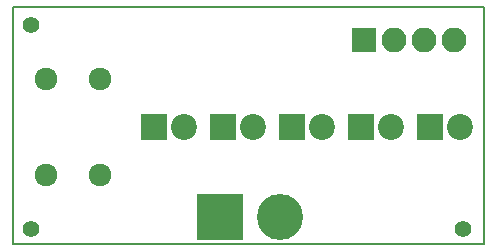
<source format=gbr>
%TF.GenerationSoftware,KiCad,Pcbnew,(5.0.0)*%
%TF.CreationDate,2019-10-30T12:42:45-05:00*%
%TF.ProjectId,Light-Up Hat,4C696768742D5570204861742E6B6963,rev?*%
%TF.SameCoordinates,Original*%
%TF.FileFunction,Soldermask,Bot*%
%TF.FilePolarity,Negative*%
%FSLAX46Y46*%
G04 Gerber Fmt 4.6, Leading zero omitted, Abs format (unit mm)*
G04 Created by KiCad (PCBNEW (5.0.0)) date 10/30/19 12:42:45*
%MOMM*%
%LPD*%
G01*
G04 APERTURE LIST*
%ADD10C,0.200000*%
%ADD11C,1.400000*%
%ADD12R,3.900120X3.900120*%
%ADD13C,3.900120*%
%ADD14R,2.200000X2.200000*%
%ADD15C,2.200000*%
%ADD16R,2.100000X2.100000*%
%ADD17O,2.100000X2.100000*%
%ADD18C,1.924000*%
G04 APERTURE END LIST*
D10*
X124460000Y-111506000D02*
X124460000Y-91440000D01*
X164338000Y-111506000D02*
X124460000Y-111506000D01*
X164338000Y-91440000D02*
X164338000Y-111506000D01*
X124460000Y-91440000D02*
X164338000Y-91440000D01*
D11*
X162560000Y-110236000D03*
X125984000Y-110236000D03*
D12*
X141986000Y-109220000D03*
D13*
X147066000Y-109220000D03*
D14*
X136398000Y-101600000D03*
D15*
X138938000Y-101600000D03*
X144780000Y-101600000D03*
D14*
X142240000Y-101600000D03*
X148082000Y-101600000D03*
D15*
X150622000Y-101600000D03*
X156464000Y-101600000D03*
D14*
X153924000Y-101600000D03*
X159766000Y-101600000D03*
D15*
X162306000Y-101600000D03*
D16*
X154178000Y-94234000D03*
D17*
X156718000Y-94234000D03*
X159258000Y-94234000D03*
X161798000Y-94234000D03*
D18*
X127254000Y-105664000D03*
X127254000Y-97536000D03*
X131826000Y-105664000D03*
X131826000Y-97536000D03*
D11*
X125984000Y-92964000D03*
M02*

</source>
